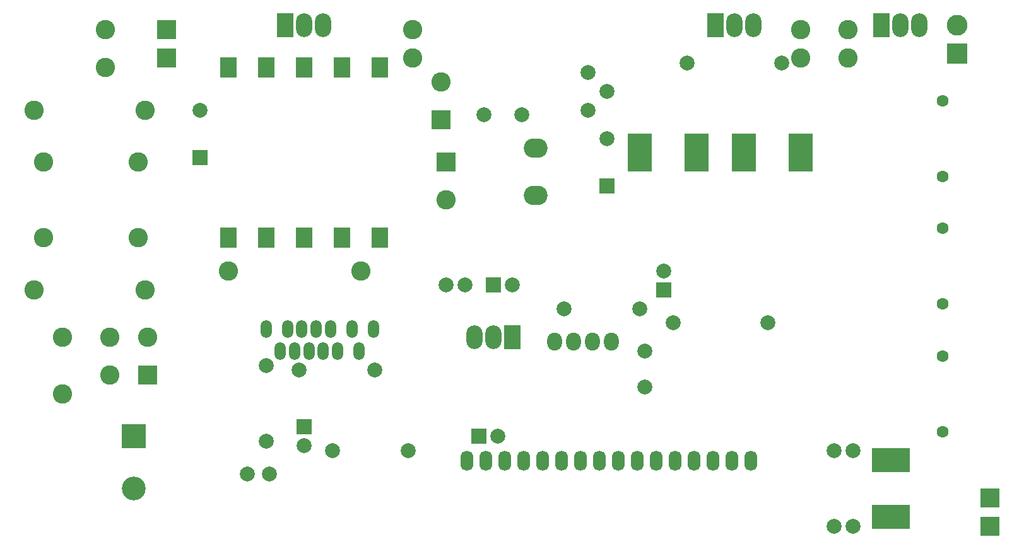
<source format=gbr>
G04 DipTrace 3.2.0.1*
G04 TopMask.gbr*
%MOIN*%
G04 #@! TF.FileFunction,Soldermask,Top*
G04 #@! TF.Part,Single*
%ADD14C,0.07874*%
%ADD17C,0.062992*%
%ADD45R,0.102362X0.102362*%
%ADD46C,0.102362*%
%ADD78O,0.066929X0.106299*%
%ADD86O,0.059055X0.094488*%
%ADD88R,0.204724X0.125984*%
%ADD90R,0.086614X0.110236*%
%ADD96O,0.07874X0.094488*%
%ADD100R,0.125984X0.204724*%
%ADD102C,0.07874*%
%ADD106O,0.125984X0.102362*%
%ADD108C,0.110236*%
%ADD109R,0.110236X0.110236*%
%ADD120R,0.086614X0.125984*%
%ADD122O,0.086614X0.125984*%
%ADD126R,0.07874X0.07874*%
%ADD127C,0.102362*%
%ADD130C,0.125984*%
%ADD132R,0.125984X0.125984*%
%FSLAX26Y26*%
G04*
G70*
G90*
G75*
G01*
G04 TopMask*
%LPD*%
D14*
X2868701Y2693701D3*
X3068701D3*
D45*
X2643695Y2668708D3*
D46*
Y2868708D3*
X493701Y2718701D3*
X1081199D3*
X493701Y1768701D3*
X1081199D3*
D132*
X1018701Y993681D3*
D130*
Y718720D3*
D45*
X2668706Y2443694D3*
D46*
Y2243694D3*
D126*
X3818701Y1768705D3*
D14*
Y1868705D3*
D127*
X2218701Y1868701D3*
X1518701D3*
D126*
X1918701Y1043696D3*
D14*
Y943696D3*
D126*
X2918705Y1793701D3*
D14*
X3018705D3*
D126*
X3518701Y2318701D3*
D14*
Y2568701D3*
D122*
X1918701Y3168701D3*
X2018701D3*
D120*
X1818701D3*
D127*
X893701Y1518701D3*
X1093701D3*
D45*
Y1318701D3*
D127*
X893701D3*
D126*
X1368701Y2468701D3*
D14*
Y2718701D3*
D126*
X2843701Y993701D3*
D14*
X2943701D3*
D109*
X5368701Y3018552D3*
D108*
Y3168552D3*
D46*
X868701Y2943701D3*
Y3143701D3*
D45*
X1193701D3*
Y2993701D3*
X5543701Y518701D3*
Y668701D3*
D106*
X3143701Y2518701D3*
Y2268701D3*
D46*
X543701Y2443701D3*
X1043701D3*
X543701Y2043701D3*
X1043701D3*
D102*
X2668701Y1793701D3*
X2768701D3*
X1618701Y793701D3*
X1737499D3*
D100*
X4243701Y2493701D3*
X4543701D3*
X3693701D3*
X3993701D3*
D102*
X3943701Y2968701D3*
X4443701D3*
D17*
X5293701Y2368701D3*
Y2768701D3*
Y1693701D3*
Y2093701D3*
Y1018701D3*
Y1418701D3*
D102*
X3868701Y1593701D3*
X4368701D3*
D96*
X3543701Y1493701D3*
X3443701D3*
X3343701D3*
X3243701D3*
D122*
X4193701Y3168701D3*
X4293701D3*
D120*
X4093701D3*
D122*
X5068701D3*
X5168701D3*
D120*
X4968701D3*
D14*
X2468701Y918701D3*
X2068701D3*
X1718701Y1368701D3*
Y968701D3*
X2293701Y1343701D3*
X1893701D3*
D46*
X2493701Y3143701D3*
Y2993701D3*
D14*
X3693701Y1668701D3*
X3293701D3*
D46*
X4543701Y3143701D3*
Y2993701D3*
X4793701Y2993700D3*
Y3143700D3*
X643701Y1218701D3*
Y1518701D3*
D90*
X2318701Y2043701D3*
X2118701D3*
X1918701D3*
X1718701D3*
X1518701D3*
X2318701Y2943701D3*
X2118701D3*
X1918701D3*
X1718701D3*
X1518701D3*
D14*
X4718701Y518701D3*
X4818701D3*
D88*
X5018701Y868701D3*
Y568701D3*
D14*
X4718701Y918701D3*
X4818701D3*
D86*
X1793699Y1443701D3*
X1869685D3*
X1945668D3*
X2021651D3*
X2097635D3*
X2211122D3*
X2287105Y1561811D3*
X2173621D3*
X2060135D3*
X1984151D3*
X1908168D3*
X1832185D3*
X1718699D3*
D78*
X4279524Y866043D3*
X4179524D3*
X4079524D3*
X3979524D3*
X3879524D3*
X3779524D3*
X3679524D3*
X3579524D3*
X3479524D3*
X3379524D3*
X3279524D3*
X3179524D3*
X3079524D3*
X2979524D3*
X2879524D3*
X2779524D3*
D122*
X2918701Y1518701D3*
X2818701D3*
D120*
X3018701D3*
D14*
X3418701Y2718701D3*
X3518701Y2818701D3*
X3418701Y2918701D3*
X3718701Y1443701D3*
Y1253701D3*
M02*

</source>
